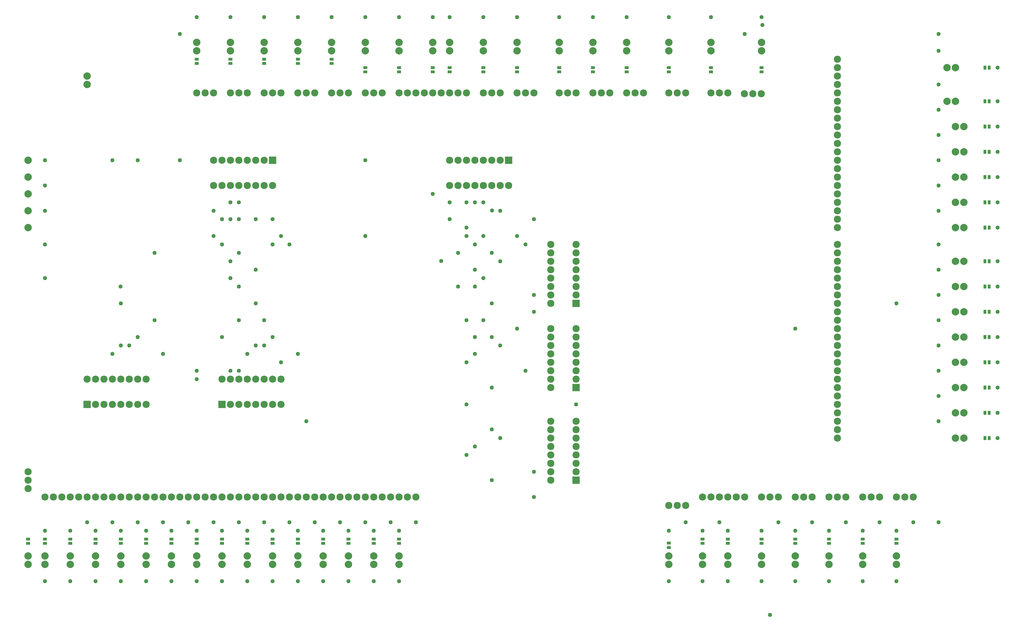
<source format=gts>
G04 MADE WITH FRITZING*
G04 WWW.FRITZING.ORG*
G04 DOUBLE SIDED*
G04 HOLES PLATED*
G04 CONTOUR ON CENTER OF CONTOUR VECTOR*
%ASAXBY*%
%FSLAX23Y23*%
%MOIN*%
%OFA0B0*%
%SFA1.0B1.0*%
%ADD10C,0.049370*%
%ADD11C,0.088000*%
%ADD12C,0.085000*%
%ADD13R,0.045433X0.037559*%
%ADD14R,0.037559X0.045433*%
%ADD15R,0.085000X0.085000*%
%LNMASK1*%
G90*
G70*
G54D10*
X5083Y4596D03*
X2482Y4794D03*
X2483Y5093D03*
X3081Y5093D03*
X3282Y4794D03*
X5682Y4694D03*
X1280Y4295D03*
X5282Y4294D03*
X5582Y3894D03*
X5682Y3694D03*
X6082Y3294D03*
X5681Y2596D03*
X5681Y1994D03*
X5782Y2495D03*
X5483Y2394D03*
X5382Y2293D03*
X3481Y2693D03*
X382Y5494D03*
X382Y5794D03*
X382Y4794D03*
X382Y4394D03*
X382Y5194D03*
X4982Y5394D03*
X5684Y5196D03*
X5782Y5194D03*
X6882Y7494D03*
X5482Y3694D03*
X8893Y7402D03*
X2882Y4094D03*
X5682Y4094D03*
X5482Y3494D03*
X3282Y1494D03*
X2982Y1494D03*
X2382Y1494D03*
X11682Y2494D03*
X8882Y7494D03*
X7782Y7494D03*
X7282Y7494D03*
X8282Y7494D03*
X6482Y7494D03*
X9282Y3794D03*
X10482Y4094D03*
X5982Y7494D03*
X5582Y7494D03*
X5182Y7494D03*
X4982Y7494D03*
X4582Y7494D03*
X4182Y7494D03*
X3382Y7494D03*
X2982Y7494D03*
X2582Y7494D03*
X2182Y7494D03*
G54D11*
X682Y1094D03*
X682Y994D03*
X10482Y1094D03*
X10482Y994D03*
X11182Y2494D03*
X11282Y2494D03*
X11182Y2794D03*
X11282Y2794D03*
X11182Y3094D03*
X11282Y3094D03*
X11182Y3394D03*
X11282Y3394D03*
X11182Y3994D03*
X11282Y3994D03*
X11182Y3694D03*
X11282Y3694D03*
X11182Y4294D03*
X11282Y4294D03*
X11182Y4594D03*
X11282Y4594D03*
X11182Y4994D03*
X11282Y4994D03*
X11182Y5294D03*
X11282Y5294D03*
X11182Y5594D03*
X11282Y5594D03*
X11182Y5894D03*
X11282Y5894D03*
X11182Y6194D03*
X11282Y6194D03*
X11082Y6494D03*
X11182Y6494D03*
X11082Y6894D03*
X11182Y6894D03*
X8882Y7094D03*
X8882Y7194D03*
X8282Y7194D03*
X8282Y7094D03*
X7782Y7194D03*
X7782Y7094D03*
X7282Y7194D03*
X7282Y7094D03*
X6882Y7194D03*
X6882Y7094D03*
X6482Y7194D03*
X6482Y7094D03*
X5982Y7194D03*
X5982Y7094D03*
X5582Y7194D03*
X5582Y7094D03*
X5182Y7194D03*
X5182Y7094D03*
X4982Y7194D03*
X4982Y7094D03*
X4582Y7194D03*
X4582Y7094D03*
X882Y6794D03*
X882Y6694D03*
X4182Y7194D03*
X4182Y7094D03*
X3782Y7194D03*
X3782Y7094D03*
X3382Y7194D03*
X3382Y7094D03*
X2982Y7194D03*
X2982Y7094D03*
X2582Y7194D03*
X2582Y7094D03*
X2182Y7194D03*
X2182Y7094D03*
X10082Y1094D03*
X10082Y994D03*
X9682Y1094D03*
X9682Y994D03*
X9282Y1094D03*
X9282Y994D03*
X8882Y1094D03*
X8882Y994D03*
X8482Y1094D03*
X8482Y994D03*
X8182Y1094D03*
X8182Y994D03*
X7782Y1094D03*
X7782Y994D03*
X4582Y1094D03*
X4582Y994D03*
X4282Y1094D03*
X4282Y994D03*
X3982Y1094D03*
X3982Y994D03*
X3382Y1094D03*
X3382Y994D03*
X3082Y1094D03*
X3082Y994D03*
X2782Y1094D03*
X2782Y994D03*
X3682Y1094D03*
X3682Y994D03*
X2482Y1094D03*
X2482Y994D03*
X2182Y1094D03*
X2182Y994D03*
X1882Y1094D03*
X1882Y994D03*
X1582Y1094D03*
X1582Y994D03*
X1282Y1094D03*
X1282Y994D03*
X982Y1094D03*
X982Y994D03*
X382Y1094D03*
X382Y994D03*
X182Y1094D03*
X182Y994D03*
G54D10*
X8282Y7494D03*
X11682Y6894D03*
X11682Y6494D03*
X11682Y6194D03*
X11682Y5894D03*
X11682Y5594D03*
X11682Y5294D03*
X11682Y4994D03*
X11682Y4594D03*
X11682Y4294D03*
X11682Y3994D03*
X11682Y3694D03*
X11682Y3394D03*
X11682Y2794D03*
X11682Y3094D03*
X10082Y794D03*
X9682Y794D03*
X9282Y794D03*
X382Y794D03*
X1282Y794D03*
X1582Y794D03*
X1882Y794D03*
X2182Y794D03*
X2482Y794D03*
X2782Y794D03*
X3082Y794D03*
X3382Y794D03*
X3682Y794D03*
X3982Y794D03*
X4282Y794D03*
X4582Y794D03*
X7782Y794D03*
X8182Y794D03*
X8482Y794D03*
X8882Y794D03*
X682Y794D03*
X381Y1394D03*
X682Y1394D03*
X982Y1394D03*
X10482Y1394D03*
X2882Y5094D03*
X3082Y4794D03*
X1482Y5794D03*
X1182Y5794D03*
X2682Y5294D03*
X2682Y5094D03*
X2682Y4694D03*
X2682Y4294D03*
X2582Y5294D03*
X2582Y5094D03*
X2582Y4594D03*
X2582Y4394D03*
X2382Y4894D03*
X3182Y4894D03*
X4182Y5794D03*
X4182Y4894D03*
X5582Y5294D03*
X5582Y4894D03*
X5382Y4894D03*
X5582Y4394D03*
X5382Y3894D03*
X5382Y3394D03*
X6682Y2894D03*
X3382Y3494D03*
X5682Y3094D03*
X3082Y3694D03*
X2482Y3694D03*
X1482Y3694D03*
X2882Y4494D03*
X5482Y5294D03*
X5482Y4294D03*
X5482Y4794D03*
X5482Y4494D03*
X2882Y3594D03*
X1282Y3594D03*
X5382Y5294D03*
X5382Y4994D03*
X1682Y4694D03*
X1682Y3894D03*
X1382Y3594D03*
X2982Y3894D03*
X2682Y3894D03*
X5782Y4594D03*
X5782Y3594D03*
X5182Y5294D03*
X5182Y5094D03*
X6182Y5094D03*
X5982Y4894D03*
X6182Y4194D03*
X6182Y3994D03*
X5382Y2894D03*
X2782Y3494D03*
X2982Y3594D03*
X2682Y3294D03*
X1182Y3494D03*
X2582Y3294D03*
X2182Y3294D03*
X2182Y3194D03*
X6182Y2094D03*
X6182Y1794D03*
G54D12*
X2482Y2894D03*
X2482Y3194D03*
X2582Y2894D03*
X2582Y3194D03*
X2682Y2894D03*
X2682Y3194D03*
X2782Y2894D03*
X2782Y3194D03*
X2882Y2894D03*
X2882Y3194D03*
X2982Y2894D03*
X2982Y3194D03*
X3082Y2894D03*
X3082Y3194D03*
X3182Y2894D03*
X3182Y3194D03*
X6682Y1994D03*
X6382Y1994D03*
X6682Y2094D03*
X6382Y2094D03*
X6682Y2194D03*
X6382Y2194D03*
X6682Y2294D03*
X6382Y2294D03*
X6682Y2394D03*
X6382Y2394D03*
X6682Y2494D03*
X6382Y2494D03*
X6682Y2594D03*
X6382Y2594D03*
X6682Y2694D03*
X6382Y2694D03*
X6682Y3094D03*
X6382Y3094D03*
X6682Y3194D03*
X6382Y3194D03*
X6682Y3294D03*
X6382Y3294D03*
X6682Y3394D03*
X6382Y3394D03*
X6682Y3494D03*
X6382Y3494D03*
X6682Y3594D03*
X6382Y3594D03*
X6682Y3694D03*
X6382Y3694D03*
X6682Y3794D03*
X6382Y3794D03*
X6682Y4094D03*
X6382Y4094D03*
X6682Y4194D03*
X6382Y4194D03*
X6682Y4294D03*
X6382Y4294D03*
X6682Y4394D03*
X6382Y4394D03*
X6682Y4494D03*
X6382Y4494D03*
X6682Y4594D03*
X6382Y4594D03*
X6682Y4694D03*
X6382Y4694D03*
X6682Y4794D03*
X6382Y4794D03*
X5882Y5794D03*
X5882Y5494D03*
X5782Y5794D03*
X5782Y5494D03*
X5682Y5794D03*
X5682Y5494D03*
X5582Y5794D03*
X5582Y5494D03*
X5482Y5794D03*
X5482Y5494D03*
X5382Y5794D03*
X5382Y5494D03*
X5282Y5794D03*
X5282Y5494D03*
X5182Y5794D03*
X5182Y5494D03*
X3082Y5794D03*
X3082Y5494D03*
X2982Y5794D03*
X2982Y5494D03*
X2882Y5794D03*
X2882Y5494D03*
X2782Y5794D03*
X2782Y5494D03*
X2682Y5794D03*
X2682Y5494D03*
X2582Y5794D03*
X2582Y5494D03*
X2482Y5794D03*
X2482Y5494D03*
X2382Y5794D03*
X2382Y5494D03*
G54D10*
X3782Y7494D03*
X8982Y394D03*
X2382Y5194D03*
X6082Y4794D03*
X1282Y4094D03*
X5982Y3794D03*
G54D12*
X882Y2894D03*
X882Y3194D03*
X982Y2894D03*
X982Y3194D03*
X1082Y2894D03*
X1082Y3194D03*
X1182Y2894D03*
X1182Y3194D03*
X1282Y2894D03*
X1282Y3194D03*
X1382Y2894D03*
X1382Y3194D03*
X1482Y2894D03*
X1482Y3194D03*
X1582Y2894D03*
X1582Y3194D03*
G54D10*
X1782Y3494D03*
X3182Y3394D03*
G54D12*
X2482Y1794D03*
X2582Y1794D03*
X2682Y1794D03*
X1882Y1794D03*
X1982Y1794D03*
X2082Y1794D03*
X1582Y1794D03*
X1682Y1794D03*
X1782Y1794D03*
X1282Y1794D03*
X1382Y1794D03*
X1482Y1794D03*
X182Y1894D03*
X182Y1994D03*
X182Y2094D03*
X2182Y1794D03*
X2282Y1794D03*
X2382Y1794D03*
X3982Y1794D03*
X4082Y1794D03*
X4182Y1794D03*
X2782Y1794D03*
X2882Y1794D03*
X2982Y1794D03*
X3082Y1794D03*
X3182Y1794D03*
X3282Y1794D03*
X3682Y1794D03*
X3782Y1794D03*
X3882Y1794D03*
X3382Y1794D03*
X3482Y1794D03*
X3582Y1794D03*
X9782Y6494D03*
X9782Y6594D03*
X9782Y6694D03*
X9782Y6194D03*
X9782Y6294D03*
X9782Y6394D03*
X9782Y5894D03*
X9782Y5994D03*
X9782Y6094D03*
X9782Y5594D03*
X9782Y5694D03*
X9782Y5794D03*
X9782Y5294D03*
X9782Y5394D03*
X9782Y5494D03*
X9782Y4994D03*
X9782Y5094D03*
X9782Y5194D03*
X9782Y4594D03*
X9782Y4694D03*
X9782Y4794D03*
X9782Y4294D03*
X9782Y4394D03*
X9782Y4494D03*
X9782Y6794D03*
X9782Y6894D03*
X9782Y6994D03*
X8878Y6583D03*
X8778Y6583D03*
X8678Y6583D03*
X9782Y3994D03*
X9782Y4094D03*
X9782Y4194D03*
X9782Y3694D03*
X9782Y3794D03*
X9782Y3894D03*
X9782Y3394D03*
X9782Y3494D03*
X9782Y3594D03*
X9782Y3094D03*
X9782Y3194D03*
X9782Y3294D03*
X9782Y2794D03*
X9782Y2894D03*
X9782Y2994D03*
X9782Y2494D03*
X9782Y2594D03*
X9782Y2694D03*
X2982Y6594D03*
X3082Y6594D03*
X3182Y6594D03*
X3382Y6594D03*
X3482Y6594D03*
X3582Y6594D03*
X4182Y6594D03*
X4282Y6594D03*
X4382Y6594D03*
X4582Y6594D03*
X4682Y6594D03*
X4782Y6594D03*
X4882Y6594D03*
X4982Y6594D03*
X5082Y6594D03*
X5182Y6594D03*
X5282Y6594D03*
X5382Y6594D03*
X5582Y6594D03*
X5682Y6594D03*
X5782Y6594D03*
X5982Y6594D03*
X6082Y6594D03*
X6182Y6594D03*
X6482Y6594D03*
X6582Y6594D03*
X6682Y6594D03*
X6882Y6594D03*
X6982Y6594D03*
X7082Y6594D03*
X7282Y6594D03*
X7382Y6594D03*
X7482Y6594D03*
X7782Y6594D03*
X7882Y6594D03*
X7982Y6594D03*
X8282Y6594D03*
X8382Y6594D03*
X8482Y6594D03*
X2582Y6594D03*
X2682Y6594D03*
X2782Y6594D03*
X2182Y6594D03*
X2282Y6594D03*
X2382Y6594D03*
X3782Y6594D03*
X3882Y6594D03*
X3982Y6594D03*
G54D10*
X1982Y5794D03*
X1982Y7294D03*
G54D12*
X4282Y1794D03*
X4382Y1794D03*
X4482Y1794D03*
X982Y1794D03*
X1082Y1794D03*
X1182Y1794D03*
X10482Y1794D03*
X10582Y1794D03*
X10682Y1794D03*
X10082Y1794D03*
X10182Y1794D03*
X10282Y1794D03*
X7782Y1694D03*
X7882Y1694D03*
X7982Y1694D03*
X4582Y1794D03*
X4682Y1794D03*
X4782Y1794D03*
X8882Y1794D03*
X8982Y1794D03*
X9082Y1794D03*
X8182Y1794D03*
X8282Y1794D03*
X8382Y1794D03*
X8482Y1794D03*
X8582Y1794D03*
X8682Y1794D03*
X9282Y1794D03*
X9382Y1794D03*
X9482Y1794D03*
X9682Y1794D03*
X9782Y1794D03*
X9882Y1794D03*
G54D10*
X8682Y7294D03*
X10982Y7094D03*
X10982Y6694D03*
X10982Y6394D03*
X10982Y6094D03*
X10982Y5794D03*
X10982Y5194D03*
X10982Y5494D03*
X10982Y4794D03*
X10982Y4494D03*
X10982Y4194D03*
X10982Y3894D03*
X10982Y3594D03*
X10982Y7294D03*
X10982Y3294D03*
X10982Y2994D03*
X10982Y2694D03*
X10982Y1494D03*
X982Y794D03*
X1282Y1394D03*
X1582Y1394D03*
X1882Y1394D03*
X2182Y1394D03*
X2482Y1394D03*
X2782Y1394D03*
X3082Y1394D03*
X3382Y1394D03*
X3682Y1394D03*
X3982Y1394D03*
X4282Y1394D03*
X4582Y1394D03*
X7782Y1394D03*
X8182Y1394D03*
X8482Y1394D03*
X8882Y1394D03*
X9282Y1394D03*
X9682Y1394D03*
X10082Y1394D03*
X10482Y794D03*
X10682Y1494D03*
X9882Y1494D03*
X9482Y1494D03*
X8382Y1494D03*
X7982Y1494D03*
X4482Y1494D03*
X2682Y1494D03*
X2082Y1494D03*
X1782Y1494D03*
X1482Y1494D03*
X1182Y1494D03*
X3582Y1494D03*
X3882Y1494D03*
X4182Y1494D03*
X4782Y1494D03*
X9082Y1494D03*
X10282Y1494D03*
X5282Y4694D03*
G54D12*
X382Y1794D03*
X482Y1794D03*
X582Y1794D03*
X682Y1794D03*
X782Y1794D03*
X882Y1794D03*
G54D10*
X882Y1494D03*
G54D11*
X182Y5794D03*
X182Y5594D03*
X182Y5394D03*
X182Y5194D03*
X182Y4994D03*
G54D13*
X682Y1243D03*
X682Y1294D03*
X8282Y6843D03*
X8282Y6894D03*
X7782Y6843D03*
X7782Y6894D03*
X7282Y6843D03*
X7282Y6894D03*
X6882Y6843D03*
X6882Y6894D03*
X6482Y6843D03*
X6482Y6894D03*
X5982Y6843D03*
X5982Y6894D03*
X5182Y6843D03*
X5182Y6894D03*
X5582Y6843D03*
X5582Y6894D03*
X4982Y6843D03*
X4982Y6894D03*
X4582Y6843D03*
X4582Y6894D03*
X4182Y6843D03*
X4182Y6894D03*
X3782Y6943D03*
X3782Y6994D03*
X3382Y6943D03*
X3382Y6994D03*
X2982Y6943D03*
X2982Y6994D03*
X2582Y6943D03*
X2582Y6994D03*
X2182Y6943D03*
X2182Y6994D03*
G54D14*
X11531Y6894D03*
X11582Y6894D03*
G54D13*
X8882Y6843D03*
X8882Y6894D03*
G54D14*
X11531Y6494D03*
X11582Y6494D03*
X11531Y6194D03*
X11582Y6194D03*
X11531Y5894D03*
X11582Y5894D03*
X11531Y5594D03*
X11582Y5594D03*
X11531Y5294D03*
X11582Y5294D03*
X11531Y4994D03*
X11582Y4994D03*
X11531Y4594D03*
X11582Y4594D03*
X11531Y4294D03*
X11582Y4294D03*
X11531Y3994D03*
X11582Y3994D03*
X11531Y3694D03*
X11582Y3694D03*
X11531Y3394D03*
X11582Y3394D03*
X11531Y3094D03*
X11582Y3094D03*
X11531Y2794D03*
X11582Y2794D03*
X11531Y2494D03*
X11582Y2494D03*
G54D13*
X10482Y1243D03*
X10482Y1294D03*
X10082Y1243D03*
X10082Y1294D03*
X9682Y1243D03*
X9682Y1294D03*
X9282Y1243D03*
X9282Y1294D03*
X8882Y1243D03*
X8882Y1294D03*
X8482Y1243D03*
X8482Y1294D03*
X8182Y1243D03*
X8182Y1294D03*
X7782Y1194D03*
X7782Y1246D03*
X4582Y1243D03*
X4582Y1294D03*
X4282Y1243D03*
X4282Y1294D03*
X3982Y1243D03*
X3982Y1294D03*
X3682Y1243D03*
X3682Y1294D03*
X3382Y1243D03*
X3382Y1294D03*
X3082Y1243D03*
X3082Y1294D03*
X2782Y1243D03*
X2782Y1294D03*
X2482Y1243D03*
X2482Y1294D03*
X2182Y1243D03*
X2182Y1294D03*
X1882Y1243D03*
X1882Y1294D03*
X1582Y1243D03*
X1582Y1294D03*
X1282Y1243D03*
X1282Y1294D03*
X982Y1243D03*
X982Y1294D03*
X382Y1243D03*
X382Y1294D03*
X182Y1243D03*
X182Y1294D03*
G54D15*
X2482Y2894D03*
X6682Y1994D03*
X6682Y3094D03*
X6682Y4094D03*
X5882Y5794D03*
X3082Y5794D03*
X882Y2894D03*
G04 End of Mask1*
M02*
</source>
